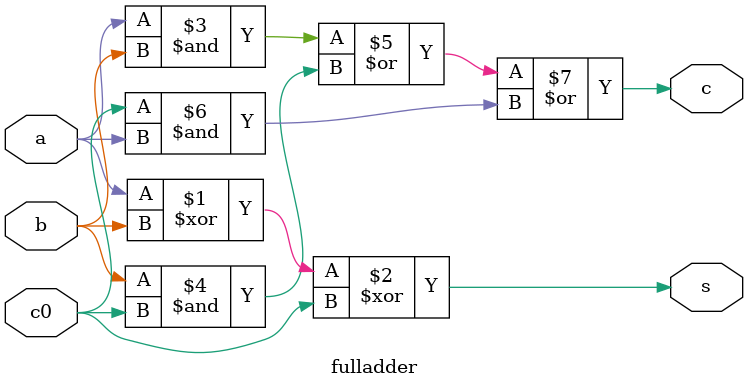
<source format=v>
module fulladder(s,c,a,b,c0);
input a,b,c0;
output s,c;
assign s=a^b^c0;
assign c=(a&b)|(b&c0)|(c0&a);
endmodule

</source>
